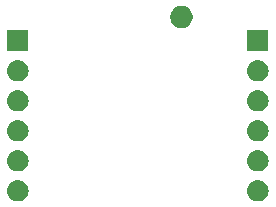
<source format=gbs>
G04 #@! TF.GenerationSoftware,KiCad,Pcbnew,(5.0.1)-3*
G04 #@! TF.CreationDate,2018-12-06T00:17:23+01:00*
G04 #@! TF.ProjectId,air602bob,616972363032626F622E6B696361645F,rev?*
G04 #@! TF.SameCoordinates,Original*
G04 #@! TF.FileFunction,Soldermask,Bot*
G04 #@! TF.FilePolarity,Negative*
%FSLAX46Y46*%
G04 Gerber Fmt 4.6, Leading zero omitted, Abs format (unit mm)*
G04 Created by KiCad (PCBNEW (5.0.1)-3) date 06/12/2018 00:17:23*
%MOMM*%
%LPD*%
G01*
G04 APERTURE LIST*
%ADD10C,0.100000*%
G04 APERTURE END LIST*
D10*
G36*
X63610443Y-104515519D02*
X63676627Y-104522037D01*
X63789853Y-104556384D01*
X63846467Y-104573557D01*
X63985087Y-104647652D01*
X64002991Y-104657222D01*
X64038729Y-104686552D01*
X64140186Y-104769814D01*
X64223448Y-104871271D01*
X64252778Y-104907009D01*
X64252779Y-104907011D01*
X64336443Y-105063533D01*
X64336443Y-105063534D01*
X64387963Y-105233373D01*
X64405359Y-105410000D01*
X64387963Y-105586627D01*
X64353616Y-105699853D01*
X64336443Y-105756467D01*
X64262348Y-105895087D01*
X64252778Y-105912991D01*
X64223448Y-105948729D01*
X64140186Y-106050186D01*
X64038729Y-106133448D01*
X64002991Y-106162778D01*
X64002989Y-106162779D01*
X63846467Y-106246443D01*
X63789853Y-106263616D01*
X63676627Y-106297963D01*
X63610442Y-106304482D01*
X63544260Y-106311000D01*
X63455740Y-106311000D01*
X63389558Y-106304482D01*
X63323373Y-106297963D01*
X63210147Y-106263616D01*
X63153533Y-106246443D01*
X62997011Y-106162779D01*
X62997009Y-106162778D01*
X62961271Y-106133448D01*
X62859814Y-106050186D01*
X62776552Y-105948729D01*
X62747222Y-105912991D01*
X62737652Y-105895087D01*
X62663557Y-105756467D01*
X62646384Y-105699853D01*
X62612037Y-105586627D01*
X62594641Y-105410000D01*
X62612037Y-105233373D01*
X62663557Y-105063534D01*
X62663557Y-105063533D01*
X62747221Y-104907011D01*
X62747222Y-104907009D01*
X62776552Y-104871271D01*
X62859814Y-104769814D01*
X62961271Y-104686552D01*
X62997009Y-104657222D01*
X63014913Y-104647652D01*
X63153533Y-104573557D01*
X63210147Y-104556384D01*
X63323373Y-104522037D01*
X63389557Y-104515519D01*
X63455740Y-104509000D01*
X63544260Y-104509000D01*
X63610443Y-104515519D01*
X63610443Y-104515519D01*
G37*
G36*
X83930443Y-104515519D02*
X83996627Y-104522037D01*
X84109853Y-104556384D01*
X84166467Y-104573557D01*
X84305087Y-104647652D01*
X84322991Y-104657222D01*
X84358729Y-104686552D01*
X84460186Y-104769814D01*
X84543448Y-104871271D01*
X84572778Y-104907009D01*
X84572779Y-104907011D01*
X84656443Y-105063533D01*
X84656443Y-105063534D01*
X84707963Y-105233373D01*
X84725359Y-105410000D01*
X84707963Y-105586627D01*
X84673616Y-105699853D01*
X84656443Y-105756467D01*
X84582348Y-105895087D01*
X84572778Y-105912991D01*
X84543448Y-105948729D01*
X84460186Y-106050186D01*
X84358729Y-106133448D01*
X84322991Y-106162778D01*
X84322989Y-106162779D01*
X84166467Y-106246443D01*
X84109853Y-106263616D01*
X83996627Y-106297963D01*
X83930442Y-106304482D01*
X83864260Y-106311000D01*
X83775740Y-106311000D01*
X83709558Y-106304482D01*
X83643373Y-106297963D01*
X83530147Y-106263616D01*
X83473533Y-106246443D01*
X83317011Y-106162779D01*
X83317009Y-106162778D01*
X83281271Y-106133448D01*
X83179814Y-106050186D01*
X83096552Y-105948729D01*
X83067222Y-105912991D01*
X83057652Y-105895087D01*
X82983557Y-105756467D01*
X82966384Y-105699853D01*
X82932037Y-105586627D01*
X82914641Y-105410000D01*
X82932037Y-105233373D01*
X82983557Y-105063534D01*
X82983557Y-105063533D01*
X83067221Y-104907011D01*
X83067222Y-104907009D01*
X83096552Y-104871271D01*
X83179814Y-104769814D01*
X83281271Y-104686552D01*
X83317009Y-104657222D01*
X83334913Y-104647652D01*
X83473533Y-104573557D01*
X83530147Y-104556384D01*
X83643373Y-104522037D01*
X83709557Y-104515519D01*
X83775740Y-104509000D01*
X83864260Y-104509000D01*
X83930443Y-104515519D01*
X83930443Y-104515519D01*
G37*
G36*
X83930442Y-101975518D02*
X83996627Y-101982037D01*
X84109853Y-102016384D01*
X84166467Y-102033557D01*
X84305087Y-102107652D01*
X84322991Y-102117222D01*
X84358729Y-102146552D01*
X84460186Y-102229814D01*
X84543448Y-102331271D01*
X84572778Y-102367009D01*
X84572779Y-102367011D01*
X84656443Y-102523533D01*
X84656443Y-102523534D01*
X84707963Y-102693373D01*
X84725359Y-102870000D01*
X84707963Y-103046627D01*
X84673616Y-103159853D01*
X84656443Y-103216467D01*
X84582348Y-103355087D01*
X84572778Y-103372991D01*
X84543448Y-103408729D01*
X84460186Y-103510186D01*
X84358729Y-103593448D01*
X84322991Y-103622778D01*
X84322989Y-103622779D01*
X84166467Y-103706443D01*
X84109853Y-103723616D01*
X83996627Y-103757963D01*
X83930443Y-103764481D01*
X83864260Y-103771000D01*
X83775740Y-103771000D01*
X83709557Y-103764481D01*
X83643373Y-103757963D01*
X83530147Y-103723616D01*
X83473533Y-103706443D01*
X83317011Y-103622779D01*
X83317009Y-103622778D01*
X83281271Y-103593448D01*
X83179814Y-103510186D01*
X83096552Y-103408729D01*
X83067222Y-103372991D01*
X83057652Y-103355087D01*
X82983557Y-103216467D01*
X82966384Y-103159853D01*
X82932037Y-103046627D01*
X82914641Y-102870000D01*
X82932037Y-102693373D01*
X82983557Y-102523534D01*
X82983557Y-102523533D01*
X83067221Y-102367011D01*
X83067222Y-102367009D01*
X83096552Y-102331271D01*
X83179814Y-102229814D01*
X83281271Y-102146552D01*
X83317009Y-102117222D01*
X83334913Y-102107652D01*
X83473533Y-102033557D01*
X83530147Y-102016384D01*
X83643373Y-101982037D01*
X83709558Y-101975518D01*
X83775740Y-101969000D01*
X83864260Y-101969000D01*
X83930442Y-101975518D01*
X83930442Y-101975518D01*
G37*
G36*
X63610442Y-101975518D02*
X63676627Y-101982037D01*
X63789853Y-102016384D01*
X63846467Y-102033557D01*
X63985087Y-102107652D01*
X64002991Y-102117222D01*
X64038729Y-102146552D01*
X64140186Y-102229814D01*
X64223448Y-102331271D01*
X64252778Y-102367009D01*
X64252779Y-102367011D01*
X64336443Y-102523533D01*
X64336443Y-102523534D01*
X64387963Y-102693373D01*
X64405359Y-102870000D01*
X64387963Y-103046627D01*
X64353616Y-103159853D01*
X64336443Y-103216467D01*
X64262348Y-103355087D01*
X64252778Y-103372991D01*
X64223448Y-103408729D01*
X64140186Y-103510186D01*
X64038729Y-103593448D01*
X64002991Y-103622778D01*
X64002989Y-103622779D01*
X63846467Y-103706443D01*
X63789853Y-103723616D01*
X63676627Y-103757963D01*
X63610443Y-103764481D01*
X63544260Y-103771000D01*
X63455740Y-103771000D01*
X63389557Y-103764481D01*
X63323373Y-103757963D01*
X63210147Y-103723616D01*
X63153533Y-103706443D01*
X62997011Y-103622779D01*
X62997009Y-103622778D01*
X62961271Y-103593448D01*
X62859814Y-103510186D01*
X62776552Y-103408729D01*
X62747222Y-103372991D01*
X62737652Y-103355087D01*
X62663557Y-103216467D01*
X62646384Y-103159853D01*
X62612037Y-103046627D01*
X62594641Y-102870000D01*
X62612037Y-102693373D01*
X62663557Y-102523534D01*
X62663557Y-102523533D01*
X62747221Y-102367011D01*
X62747222Y-102367009D01*
X62776552Y-102331271D01*
X62859814Y-102229814D01*
X62961271Y-102146552D01*
X62997009Y-102117222D01*
X63014913Y-102107652D01*
X63153533Y-102033557D01*
X63210147Y-102016384D01*
X63323373Y-101982037D01*
X63389558Y-101975518D01*
X63455740Y-101969000D01*
X63544260Y-101969000D01*
X63610442Y-101975518D01*
X63610442Y-101975518D01*
G37*
G36*
X63610443Y-99435519D02*
X63676627Y-99442037D01*
X63789853Y-99476384D01*
X63846467Y-99493557D01*
X63985087Y-99567652D01*
X64002991Y-99577222D01*
X64038729Y-99606552D01*
X64140186Y-99689814D01*
X64223448Y-99791271D01*
X64252778Y-99827009D01*
X64252779Y-99827011D01*
X64336443Y-99983533D01*
X64336443Y-99983534D01*
X64387963Y-100153373D01*
X64405359Y-100330000D01*
X64387963Y-100506627D01*
X64353616Y-100619853D01*
X64336443Y-100676467D01*
X64262348Y-100815087D01*
X64252778Y-100832991D01*
X64223448Y-100868729D01*
X64140186Y-100970186D01*
X64038729Y-101053448D01*
X64002991Y-101082778D01*
X64002989Y-101082779D01*
X63846467Y-101166443D01*
X63789853Y-101183616D01*
X63676627Y-101217963D01*
X63610443Y-101224481D01*
X63544260Y-101231000D01*
X63455740Y-101231000D01*
X63389558Y-101224482D01*
X63323373Y-101217963D01*
X63210147Y-101183616D01*
X63153533Y-101166443D01*
X62997011Y-101082779D01*
X62997009Y-101082778D01*
X62961271Y-101053448D01*
X62859814Y-100970186D01*
X62776552Y-100868729D01*
X62747222Y-100832991D01*
X62737652Y-100815087D01*
X62663557Y-100676467D01*
X62646384Y-100619853D01*
X62612037Y-100506627D01*
X62594641Y-100330000D01*
X62612037Y-100153373D01*
X62663557Y-99983534D01*
X62663557Y-99983533D01*
X62747221Y-99827011D01*
X62747222Y-99827009D01*
X62776552Y-99791271D01*
X62859814Y-99689814D01*
X62961271Y-99606552D01*
X62997009Y-99577222D01*
X63014913Y-99567652D01*
X63153533Y-99493557D01*
X63210147Y-99476384D01*
X63323373Y-99442037D01*
X63389557Y-99435519D01*
X63455740Y-99429000D01*
X63544260Y-99429000D01*
X63610443Y-99435519D01*
X63610443Y-99435519D01*
G37*
G36*
X83930443Y-99435519D02*
X83996627Y-99442037D01*
X84109853Y-99476384D01*
X84166467Y-99493557D01*
X84305087Y-99567652D01*
X84322991Y-99577222D01*
X84358729Y-99606552D01*
X84460186Y-99689814D01*
X84543448Y-99791271D01*
X84572778Y-99827009D01*
X84572779Y-99827011D01*
X84656443Y-99983533D01*
X84656443Y-99983534D01*
X84707963Y-100153373D01*
X84725359Y-100330000D01*
X84707963Y-100506627D01*
X84673616Y-100619853D01*
X84656443Y-100676467D01*
X84582348Y-100815087D01*
X84572778Y-100832991D01*
X84543448Y-100868729D01*
X84460186Y-100970186D01*
X84358729Y-101053448D01*
X84322991Y-101082778D01*
X84322989Y-101082779D01*
X84166467Y-101166443D01*
X84109853Y-101183616D01*
X83996627Y-101217963D01*
X83930443Y-101224481D01*
X83864260Y-101231000D01*
X83775740Y-101231000D01*
X83709558Y-101224482D01*
X83643373Y-101217963D01*
X83530147Y-101183616D01*
X83473533Y-101166443D01*
X83317011Y-101082779D01*
X83317009Y-101082778D01*
X83281271Y-101053448D01*
X83179814Y-100970186D01*
X83096552Y-100868729D01*
X83067222Y-100832991D01*
X83057652Y-100815087D01*
X82983557Y-100676467D01*
X82966384Y-100619853D01*
X82932037Y-100506627D01*
X82914641Y-100330000D01*
X82932037Y-100153373D01*
X82983557Y-99983534D01*
X82983557Y-99983533D01*
X83067221Y-99827011D01*
X83067222Y-99827009D01*
X83096552Y-99791271D01*
X83179814Y-99689814D01*
X83281271Y-99606552D01*
X83317009Y-99577222D01*
X83334913Y-99567652D01*
X83473533Y-99493557D01*
X83530147Y-99476384D01*
X83643373Y-99442037D01*
X83709558Y-99435518D01*
X83775740Y-99429000D01*
X83864260Y-99429000D01*
X83930443Y-99435519D01*
X83930443Y-99435519D01*
G37*
G36*
X63610442Y-96895518D02*
X63676627Y-96902037D01*
X63789853Y-96936384D01*
X63846467Y-96953557D01*
X63985087Y-97027652D01*
X64002991Y-97037222D01*
X64038729Y-97066552D01*
X64140186Y-97149814D01*
X64223448Y-97251271D01*
X64252778Y-97287009D01*
X64252779Y-97287011D01*
X64336443Y-97443533D01*
X64336443Y-97443534D01*
X64387963Y-97613373D01*
X64405359Y-97790000D01*
X64387963Y-97966627D01*
X64353616Y-98079853D01*
X64336443Y-98136467D01*
X64262348Y-98275087D01*
X64252778Y-98292991D01*
X64223448Y-98328729D01*
X64140186Y-98430186D01*
X64038729Y-98513448D01*
X64002991Y-98542778D01*
X64002989Y-98542779D01*
X63846467Y-98626443D01*
X63789853Y-98643616D01*
X63676627Y-98677963D01*
X63610442Y-98684482D01*
X63544260Y-98691000D01*
X63455740Y-98691000D01*
X63389558Y-98684482D01*
X63323373Y-98677963D01*
X63210147Y-98643616D01*
X63153533Y-98626443D01*
X62997011Y-98542779D01*
X62997009Y-98542778D01*
X62961271Y-98513448D01*
X62859814Y-98430186D01*
X62776552Y-98328729D01*
X62747222Y-98292991D01*
X62737652Y-98275087D01*
X62663557Y-98136467D01*
X62646384Y-98079853D01*
X62612037Y-97966627D01*
X62594641Y-97790000D01*
X62612037Y-97613373D01*
X62663557Y-97443534D01*
X62663557Y-97443533D01*
X62747221Y-97287011D01*
X62747222Y-97287009D01*
X62776552Y-97251271D01*
X62859814Y-97149814D01*
X62961271Y-97066552D01*
X62997009Y-97037222D01*
X63014913Y-97027652D01*
X63153533Y-96953557D01*
X63210147Y-96936384D01*
X63323373Y-96902037D01*
X63389558Y-96895518D01*
X63455740Y-96889000D01*
X63544260Y-96889000D01*
X63610442Y-96895518D01*
X63610442Y-96895518D01*
G37*
G36*
X83930442Y-96895518D02*
X83996627Y-96902037D01*
X84109853Y-96936384D01*
X84166467Y-96953557D01*
X84305087Y-97027652D01*
X84322991Y-97037222D01*
X84358729Y-97066552D01*
X84460186Y-97149814D01*
X84543448Y-97251271D01*
X84572778Y-97287009D01*
X84572779Y-97287011D01*
X84656443Y-97443533D01*
X84656443Y-97443534D01*
X84707963Y-97613373D01*
X84725359Y-97790000D01*
X84707963Y-97966627D01*
X84673616Y-98079853D01*
X84656443Y-98136467D01*
X84582348Y-98275087D01*
X84572778Y-98292991D01*
X84543448Y-98328729D01*
X84460186Y-98430186D01*
X84358729Y-98513448D01*
X84322991Y-98542778D01*
X84322989Y-98542779D01*
X84166467Y-98626443D01*
X84109853Y-98643616D01*
X83996627Y-98677963D01*
X83930442Y-98684482D01*
X83864260Y-98691000D01*
X83775740Y-98691000D01*
X83709558Y-98684482D01*
X83643373Y-98677963D01*
X83530147Y-98643616D01*
X83473533Y-98626443D01*
X83317011Y-98542779D01*
X83317009Y-98542778D01*
X83281271Y-98513448D01*
X83179814Y-98430186D01*
X83096552Y-98328729D01*
X83067222Y-98292991D01*
X83057652Y-98275087D01*
X82983557Y-98136467D01*
X82966384Y-98079853D01*
X82932037Y-97966627D01*
X82914641Y-97790000D01*
X82932037Y-97613373D01*
X82983557Y-97443534D01*
X82983557Y-97443533D01*
X83067221Y-97287011D01*
X83067222Y-97287009D01*
X83096552Y-97251271D01*
X83179814Y-97149814D01*
X83281271Y-97066552D01*
X83317009Y-97037222D01*
X83334913Y-97027652D01*
X83473533Y-96953557D01*
X83530147Y-96936384D01*
X83643373Y-96902037D01*
X83709558Y-96895518D01*
X83775740Y-96889000D01*
X83864260Y-96889000D01*
X83930442Y-96895518D01*
X83930442Y-96895518D01*
G37*
G36*
X83930442Y-94355518D02*
X83996627Y-94362037D01*
X84109853Y-94396384D01*
X84166467Y-94413557D01*
X84305087Y-94487652D01*
X84322991Y-94497222D01*
X84358729Y-94526552D01*
X84460186Y-94609814D01*
X84543448Y-94711271D01*
X84572778Y-94747009D01*
X84572779Y-94747011D01*
X84656443Y-94903533D01*
X84656443Y-94903534D01*
X84707963Y-95073373D01*
X84725359Y-95250000D01*
X84707963Y-95426627D01*
X84673616Y-95539853D01*
X84656443Y-95596467D01*
X84582348Y-95735087D01*
X84572778Y-95752991D01*
X84543448Y-95788729D01*
X84460186Y-95890186D01*
X84358729Y-95973448D01*
X84322991Y-96002778D01*
X84322989Y-96002779D01*
X84166467Y-96086443D01*
X84109853Y-96103616D01*
X83996627Y-96137963D01*
X83930442Y-96144482D01*
X83864260Y-96151000D01*
X83775740Y-96151000D01*
X83709558Y-96144482D01*
X83643373Y-96137963D01*
X83530147Y-96103616D01*
X83473533Y-96086443D01*
X83317011Y-96002779D01*
X83317009Y-96002778D01*
X83281271Y-95973448D01*
X83179814Y-95890186D01*
X83096552Y-95788729D01*
X83067222Y-95752991D01*
X83057652Y-95735087D01*
X82983557Y-95596467D01*
X82966384Y-95539853D01*
X82932037Y-95426627D01*
X82914641Y-95250000D01*
X82932037Y-95073373D01*
X82983557Y-94903534D01*
X82983557Y-94903533D01*
X83067221Y-94747011D01*
X83067222Y-94747009D01*
X83096552Y-94711271D01*
X83179814Y-94609814D01*
X83281271Y-94526552D01*
X83317009Y-94497222D01*
X83334913Y-94487652D01*
X83473533Y-94413557D01*
X83530147Y-94396384D01*
X83643373Y-94362037D01*
X83709558Y-94355518D01*
X83775740Y-94349000D01*
X83864260Y-94349000D01*
X83930442Y-94355518D01*
X83930442Y-94355518D01*
G37*
G36*
X63610442Y-94355518D02*
X63676627Y-94362037D01*
X63789853Y-94396384D01*
X63846467Y-94413557D01*
X63985087Y-94487652D01*
X64002991Y-94497222D01*
X64038729Y-94526552D01*
X64140186Y-94609814D01*
X64223448Y-94711271D01*
X64252778Y-94747009D01*
X64252779Y-94747011D01*
X64336443Y-94903533D01*
X64336443Y-94903534D01*
X64387963Y-95073373D01*
X64405359Y-95250000D01*
X64387963Y-95426627D01*
X64353616Y-95539853D01*
X64336443Y-95596467D01*
X64262348Y-95735087D01*
X64252778Y-95752991D01*
X64223448Y-95788729D01*
X64140186Y-95890186D01*
X64038729Y-95973448D01*
X64002991Y-96002778D01*
X64002989Y-96002779D01*
X63846467Y-96086443D01*
X63789853Y-96103616D01*
X63676627Y-96137963D01*
X63610442Y-96144482D01*
X63544260Y-96151000D01*
X63455740Y-96151000D01*
X63389558Y-96144482D01*
X63323373Y-96137963D01*
X63210147Y-96103616D01*
X63153533Y-96086443D01*
X62997011Y-96002779D01*
X62997009Y-96002778D01*
X62961271Y-95973448D01*
X62859814Y-95890186D01*
X62776552Y-95788729D01*
X62747222Y-95752991D01*
X62737652Y-95735087D01*
X62663557Y-95596467D01*
X62646384Y-95539853D01*
X62612037Y-95426627D01*
X62594641Y-95250000D01*
X62612037Y-95073373D01*
X62663557Y-94903534D01*
X62663557Y-94903533D01*
X62747221Y-94747011D01*
X62747222Y-94747009D01*
X62776552Y-94711271D01*
X62859814Y-94609814D01*
X62961271Y-94526552D01*
X62997009Y-94497222D01*
X63014913Y-94487652D01*
X63153533Y-94413557D01*
X63210147Y-94396384D01*
X63323373Y-94362037D01*
X63389558Y-94355518D01*
X63455740Y-94349000D01*
X63544260Y-94349000D01*
X63610442Y-94355518D01*
X63610442Y-94355518D01*
G37*
G36*
X64401000Y-93611000D02*
X62599000Y-93611000D01*
X62599000Y-91809000D01*
X64401000Y-91809000D01*
X64401000Y-93611000D01*
X64401000Y-93611000D01*
G37*
G36*
X84721000Y-93611000D02*
X82919000Y-93611000D01*
X82919000Y-91809000D01*
X84721000Y-91809000D01*
X84721000Y-93611000D01*
X84721000Y-93611000D01*
G37*
G36*
X77620396Y-89763546D02*
X77793466Y-89835234D01*
X77949230Y-89939312D01*
X78081688Y-90071770D01*
X78185766Y-90227534D01*
X78257454Y-90400604D01*
X78294000Y-90584333D01*
X78294000Y-90771667D01*
X78257454Y-90955396D01*
X78185766Y-91128466D01*
X78081688Y-91284230D01*
X77949230Y-91416688D01*
X77793466Y-91520766D01*
X77620396Y-91592454D01*
X77436667Y-91629000D01*
X77249333Y-91629000D01*
X77065604Y-91592454D01*
X76892534Y-91520766D01*
X76736770Y-91416688D01*
X76604312Y-91284230D01*
X76500234Y-91128466D01*
X76428546Y-90955396D01*
X76392000Y-90771667D01*
X76392000Y-90584333D01*
X76428546Y-90400604D01*
X76500234Y-90227534D01*
X76604312Y-90071770D01*
X76736770Y-89939312D01*
X76892534Y-89835234D01*
X77065604Y-89763546D01*
X77249333Y-89727000D01*
X77436667Y-89727000D01*
X77620396Y-89763546D01*
X77620396Y-89763546D01*
G37*
M02*

</source>
